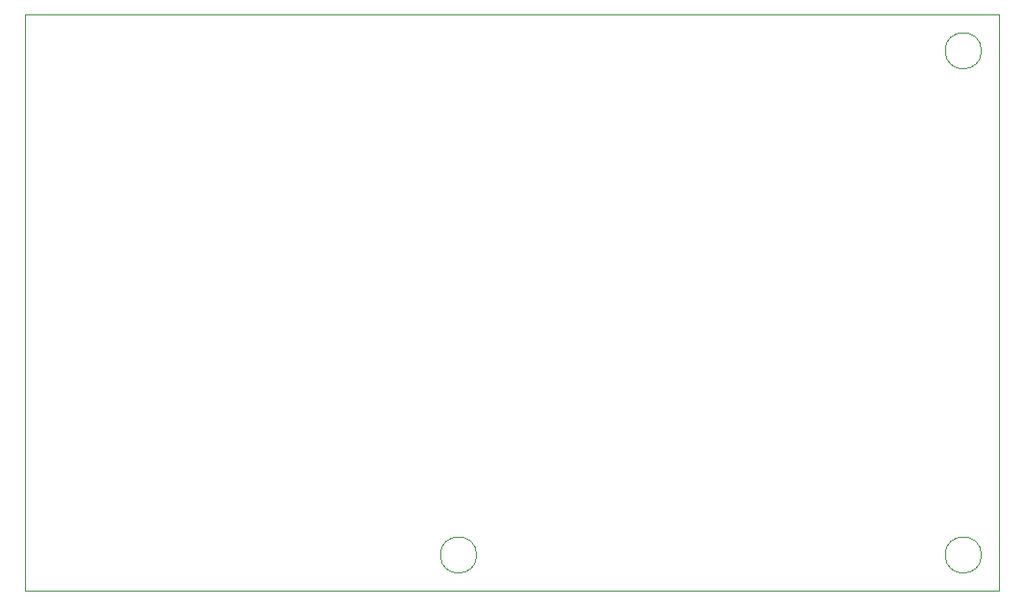
<source format=gbr>
%TF.GenerationSoftware,KiCad,Pcbnew,9.0.2*%
%TF.CreationDate,2025-05-27T11:43:11-07:00*%
%TF.ProjectId,16_6mSiPMs_9,31365f36-6d53-4695-904d-735f392e6b69,rev?*%
%TF.SameCoordinates,Original*%
%TF.FileFunction,Profile,NP*%
%FSLAX46Y46*%
G04 Gerber Fmt 4.6, Leading zero omitted, Abs format (unit mm)*
G04 Created by KiCad (PCBNEW 9.0.2) date 2025-05-27 11:43:11*
%MOMM*%
%LPD*%
G01*
G04 APERTURE LIST*
%TA.AperFunction,Profile*%
%ADD10C,0.100000*%
%TD*%
G04 APERTURE END LIST*
D10*
X163200000Y-128200000D02*
X249000000Y-128200000D01*
X247425000Y-125025000D02*
G75*
G02*
X244225000Y-125025000I-1600000J0D01*
G01*
X244225000Y-125025000D02*
G75*
G02*
X247425000Y-125025000I1600000J0D01*
G01*
X247425000Y-80575000D02*
G75*
G02*
X244225000Y-80575000I-1600000J0D01*
G01*
X244225000Y-80575000D02*
G75*
G02*
X247425000Y-80575000I1600000J0D01*
G01*
X163200000Y-77400000D02*
X163200000Y-128200000D01*
X202975000Y-125025000D02*
G75*
G02*
X199775000Y-125025000I-1600000J0D01*
G01*
X199775000Y-125025000D02*
G75*
G02*
X202975000Y-125025000I1600000J0D01*
G01*
X249000000Y-77400000D02*
X249000000Y-128200000D01*
X163200000Y-77400000D02*
X249000000Y-77400000D01*
M02*

</source>
